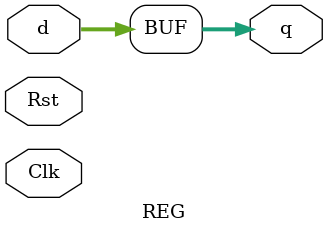
<source format=v>
`timescale 1ns / 1ps


module REG(d, Clk, Rst, q);
    parameter DATAWIDTH = 2;
    input [DATAWIDTH-1:0] d;
    input Clk, Rst;
    output reg [DATAWIDTH-1:0] q;
    
    always @(Clk, Rst)begin
        q <= d;
    end
    
endmodule

</source>
